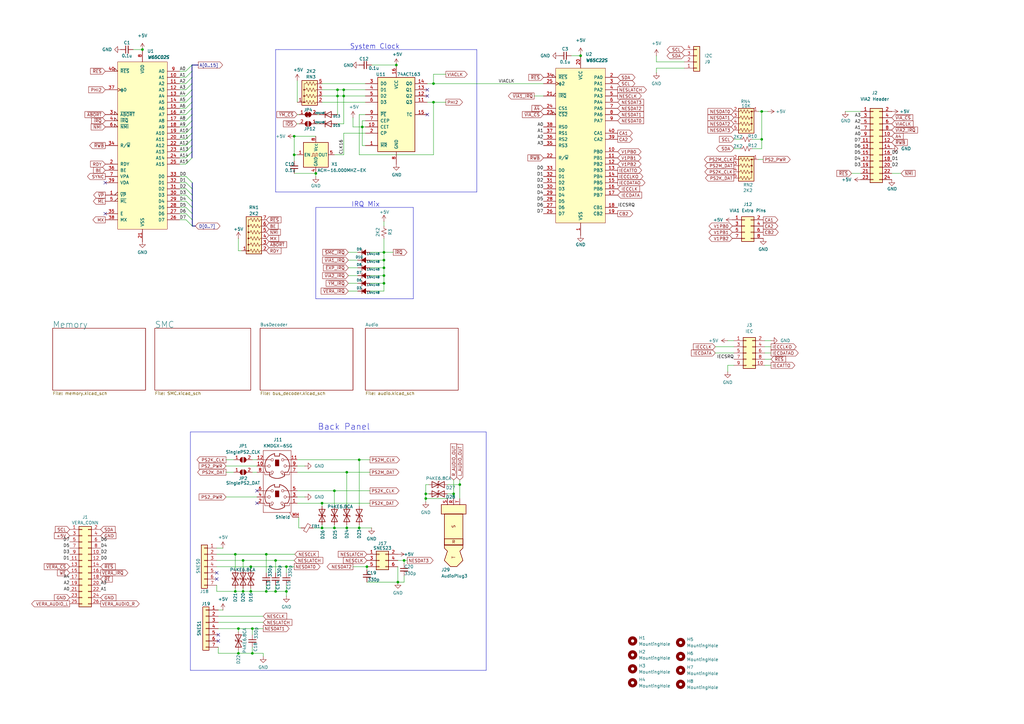
<source format=kicad_sch>
(kicad_sch (version 20231120) (generator "eeschema") (generator_version "8.0")
  (paper "A3")
  (title_block (title "OtterX") (date "2022-08-21") (rev "DV1 \"Sirius\"") (company "(C) 2023 Joe Burks"))
  (junction (at 142.24 216.535))
  (junction (at 165.735 229.87))
  (junction (at 117.475 242.57))
  (junction (at 132.08 216.535))
  (junction (at 188.595 198.755))
  (junction (at 138.43 36.83))
  (junction (at 97.79 267.97))
  (junction (at 312.42 45.72))
  (junction (at 157.48 113.03))
  (junction (at 177.8 34.29))
  (junction (at 113.03 229.87))
  (junction (at 103.505 267.97))
  (junction (at 147.32 188.595))
  (junction (at 142.24 193.675))
  (junction (at 109.22 242.57))
  (junction (at 113.03 242.57))
  (junction (at 174.625 204.47))
  (junction (at 117.475 232.41))
  (junction (at 162.56 26.67))
  (junction (at 140.97 36.83))
  (junction (at 157.48 116.205))
  (junction (at 97.79 257.81))
  (junction (at 96.52 242.57))
  (junction (at 148.59 52.07))
  (junction (at 157.48 106.68))
  (junction (at 147.32 216.535))
  (junction (at 102.87 242.57))
  (junction (at 109.22 227.33))
  (junction (at 99.695 229.87))
  (junction (at 132.08 206.375))
  (junction (at 157.48 103.505))
  (junction (at 137.16 201.295))
  (junction (at 129.54 71.12))
  (junction (at 103.505 257.81))
  (junction (at 174.625 202.565))
  (junction (at 150.495 232.41))
  (junction (at 238.125 22.86))
  (junction (at 58.42 20.32))
  (junction (at 102.87 232.41))
  (junction (at 163.195 238.76))
  (junction (at 140.97 39.37))
  (junction (at 138.43 39.37))
  (junction (at 120.65 55.88))
  (junction (at 177.8 41.91))
  (junction (at 312.42 57.15))
  (junction (at 99.695 242.57))
  (junction (at 157.48 109.855))
  (junction (at 120.65 63.5))
  (junction (at 186.055 202.565))
  (junction (at 96.52 227.33))
  (junction (at 137.16 216.535))
  (no_connect (at 105.41 201.295))
  (no_connect (at 105.41 206.375))
  (no_connect (at 43.18 74.93))
  (no_connect (at 175.26 39.37))
  (no_connect (at 88.9 234.95))
  (no_connect (at 175.26 36.83))
  (no_connect (at 88.9 237.49))
  (no_connect (at 89.535 260.35))
  (no_connect (at 43.18 87.63))
  (no_connect (at 89.535 262.89))
  (no_connect (at 175.26 46.99))
  (bus_entry (at 76.2 54.61) (size 2.54 -2.54))
  (bus_entry (at 76.2 44.45) (size 2.54 -2.54))
  (bus_entry (at 76.327 80.01) (size 2.54 2.54))
  (bus_entry (at 76.327 77.47) (size 2.54 2.54))
  (bus_entry (at 76.327 72.39) (size 2.54 2.54))
  (bus_entry (at 76.327 87.63) (size 2.54 2.54))
  (bus_entry (at 76.2 46.99) (size 2.54 -2.54))
  (bus_entry (at 76.2 39.37) (size 2.54 -2.54))
  (bus_entry (at 76.327 85.09) (size 2.54 2.54))
  (bus_entry (at 76.2 62.23) (size 2.54 -2.54))
  (bus_entry (at 76.2 57.15) (size 2.54 -2.54))
  (bus_entry (at 76.2 52.07) (size 2.54 -2.54))
  (bus_entry (at 76.2 41.91) (size 2.54 -2.54))
  (bus_entry (at 76.327 74.93) (size 2.54 2.54))
  (bus_entry (at 76.2 67.31) (size 2.54 -2.54))
  (bus_entry (at 76.2 36.83) (size 2.54 -2.54))
  (bus_entry (at 76.2 59.69) (size 2.54 -2.54))
  (bus_entry (at 76.327 82.55) (size 2.54 2.54))
  (bus_entry (at 76.2 64.77) (size 2.54 -2.54))
  (bus_entry (at 76.2 34.29) (size 2.54 -2.54))
  (bus_entry (at 76.2 31.75) (size 2.54 -2.54))
  (bus_entry (at 76.2 29.21) (size 2.54 -2.54))
  (bus_entry (at 76.2 49.53) (size 2.54 -2.54))
  (bus_entry (at 76.327 90.17) (size 2.54 2.54))
  (wire (pts (xy 122.555 46.99) (xy 121.92 46.99)))
  (wire (pts (xy 150.495 232.41) (xy 150.495 233.68)))
  (wire (pts (xy 107.95 252.73) (xy 89.535 252.73)))
  (wire (pts (xy 129.54 71.12) (xy 120.65 71.12)))
  (wire (pts (xy 151.765 103.505) (xy 157.48 103.505)))
  (wire (pts (xy 148.59 59.69) (xy 148.59 52.07)))
  (wire (pts (xy 103.505 257.81) (xy 97.79 257.81)))
  (wire (pts (xy 165.735 229.87) (xy 167.005 229.87)))
  (wire (pts (xy 147.32 207.645) (xy 147.32 188.595)))
  (wire (pts (xy 73.66 62.23) (xy 76.2 62.23)))
  (wire (pts (xy 142.24 216.535) (xy 147.32 216.535)))
  (wire (pts (xy 269.24 22.86) (xy 269.24 25.4)))
  (wire (pts (xy 298.45 149.86) (xy 298.45 152.4)))
  (wire (pts (xy 54.61 20.32) (xy 58.42 20.32)))
  (wire (pts (xy 103.505 257.81) (xy 103.505 260.35)))
  (polyline (pts (xy 199.39 274.955) (xy 78.105 274.955)))
  (wire (pts (xy 151.765 119.38) (xy 157.48 119.38)))
  (wire (pts (xy 129.54 72.39) (xy 129.54 71.12)))
  (wire (pts (xy 102.87 242.57) (xy 99.695 242.57)))
  (wire (pts (xy 99.695 241.3) (xy 99.695 242.57)))
  (wire (pts (xy 121.92 193.675) (xy 142.24 193.675)))
  (wire (pts (xy 150.495 238.76) (xy 163.195 238.76)))
  (bus (pts (xy 78.74 62.23) (xy 78.74 59.69)))
  (wire (pts (xy 120.65 229.87) (xy 113.03 229.87)))
  (wire (pts (xy 73.66 31.75) (xy 76.2 31.75)))
  (wire (pts (xy 140.97 39.37) (xy 149.86 39.37)))
  (wire (pts (xy 234.315 22.86) (xy 238.125 22.86)))
  (wire (pts (xy 121.92 203.835) (xy 125.095 203.835)))
  (wire (pts (xy 149.86 46.99) (xy 147.32 46.99)))
  (polyline (pts (xy 169.545 85.09) (xy 169.545 122.555)))
  (wire (pts (xy 146.685 109.855) (xy 142.875 109.855)))
  (wire (pts (xy 146.685 103.505) (xy 142.875 103.505)))
  (bus (pts (xy 78.74 57.15) (xy 78.74 54.61)))
  (wire (pts (xy 140.97 54.61) (xy 149.86 54.61)))
  (wire (pts (xy 316.23 147.32) (xy 313.69 147.32)))
  (wire (pts (xy 146.685 116.205) (xy 142.875 116.205)))
  (wire (pts (xy 177.8 63.5) (xy 177.8 41.91)))
  (wire (pts (xy 163.195 229.87) (xy 165.735 229.87)))
  (wire (pts (xy 132.08 215.265) (xy 132.08 216.535)))
  (wire (pts (xy 146.685 106.68) (xy 142.875 106.68)))
  (wire (pts (xy 107.95 267.97) (xy 107.95 269.24)))
  (wire (pts (xy 138.43 39.37) (xy 140.97 39.37)))
  (bus (pts (xy 78.74 64.77) (xy 78.74 62.23)))
  (wire (pts (xy 138.43 46.99) (xy 138.43 39.37)))
  (wire (pts (xy 147.32 188.595) (xy 151.765 188.595)))
  (wire (pts (xy 96.52 227.33) (xy 88.9 227.33)))
  (wire (pts (xy 73.66 41.91) (xy 76.2 41.91)))
  (wire (pts (xy 177.8 30.48) (xy 177.8 34.29)))
  (wire (pts (xy 96.52 241.3) (xy 96.52 242.57)))
  (wire (pts (xy 121.793 50.8) (xy 122.555 50.8)))
  (bus (pts (xy 78.74 34.29) (xy 78.74 31.75)))
  (wire (pts (xy 157.48 106.68) (xy 157.48 109.855)))
  (wire (pts (xy 117.475 242.57) (xy 117.475 240.03)))
  (wire (pts (xy 157.48 103.505) (xy 157.48 106.68)))
  (wire (pts (xy 137.16 215.265) (xy 137.16 216.535)))
  (wire (pts (xy 103.505 267.97) (xy 107.95 267.97)))
  (wire (pts (xy 73.66 36.83) (xy 76.2 36.83)))
  (wire (pts (xy 121.92 41.91) (xy 121.92 33.02)))
  (bus (pts (xy 78.74 29.21) (xy 78.74 26.67)))
  (wire (pts (xy 73.66 90.17) (xy 76.327 90.17)))
  (wire (pts (xy 102.87 232.41) (xy 117.475 232.41)))
  (wire (pts (xy 174.625 204.47) (xy 183.515 204.47)))
  (wire (pts (xy 120.65 232.41) (xy 117.475 232.41)))
  (wire (pts (xy 308.61 57.15) (xy 312.42 57.15)))
  (wire (pts (xy 121.92 201.295) (xy 137.16 201.295)))
  (polyline (pts (xy 113.03 20.32) (xy 114.3 20.32)))
  (bus (pts (xy 78.74 39.37) (xy 78.74 36.83)))
  (wire (pts (xy 130.81 46.99) (xy 130.175 46.99)))
  (wire (pts (xy 186.055 196.85) (xy 186.055 202.565)))
  (wire (pts (xy 73.66 80.01) (xy 76.327 80.01)))
  (polyline (pts (xy 195.58 78.74) (xy 113.03 78.74)))
  (wire (pts (xy 157.48 116.205) (xy 157.48 119.38)))
  (wire (pts (xy 219.075 39.37) (xy 222.885 39.37)))
  (wire (pts (xy 293.37 142.24) (xy 300.99 142.24)))
  (wire (pts (xy 151.765 106.68) (xy 157.48 106.68)))
  (wire (pts (xy 144.78 48.26) (xy 144.78 52.07)))
  (wire (pts (xy 113.03 229.87) (xy 113.03 234.95)))
  (bus (pts (xy 78.74 41.91) (xy 78.74 39.37)))
  (wire (pts (xy 132.08 34.29) (xy 149.86 34.29)))
  (wire (pts (xy 186.055 202.565) (xy 186.055 204.47)))
  (wire (pts (xy 175.895 198.755) (xy 174.625 198.755)))
  (wire (pts (xy 175.26 34.29) (xy 177.8 34.29)))
  (wire (pts (xy 121.92 188.595) (xy 147.32 188.595)))
  (wire (pts (xy 73.66 59.69) (xy 76.2 59.69)))
  (wire (pts (xy 137.16 201.295) (xy 137.16 207.645)))
  (wire (pts (xy 103.505 267.97) (xy 103.505 265.43)))
  (wire (pts (xy 303.53 60.96) (xy 300.99 60.96)))
  (wire (pts (xy 99.695 229.87) (xy 88.9 229.87)))
  (wire (pts (xy 128.524 216.535) (xy 132.08 216.535)))
  (wire (pts (xy 130.175 50.8) (xy 130.81 50.8)))
  (wire (pts (xy 144.78 52.07) (xy 148.59 52.07)))
  (bus (pts (xy 78.867 77.47) (xy 78.867 80.01)))
  (wire (pts (xy 138.43 39.37) (xy 138.43 36.83)))
  (wire (pts (xy 316.23 149.86) (xy 313.69 149.86)))
  (wire (pts (xy 149.86 49.53) (xy 148.59 49.53)))
  (bus (pts (xy 78.74 59.69) (xy 78.74 57.15)))
  (bus (pts (xy 78.74 26.67) (xy 81.28 26.67)))
  (wire (pts (xy 142.24 193.675) (xy 151.765 193.675)))
  (wire (pts (xy 97.79 257.81) (xy 97.79 259.08)))
  (polyline (pts (xy 199.39 177.165) (xy 199.39 274.955)))
  (wire (pts (xy 117.475 242.57) (xy 113.03 242.57)))
  (bus (pts (xy 78.867 80.01) (xy 78.867 82.55)))
  (wire (pts (xy 175.26 41.91) (xy 177.8 41.91)))
  (wire (pts (xy 97.79 102.87) (xy 97.79 97.79)))
  (wire (pts (xy 349.25 71.12) (xy 353.06 71.12)))
  (polyline (pts (xy 113.03 78.74) (xy 113.03 20.32)))
  (wire (pts (xy 311.15 45.72) (xy 312.42 45.72)))
  (wire (pts (xy 238.125 22.225) (xy 238.125 22.86)))
  (wire (pts (xy 132.08 216.535) (xy 137.16 216.535)))
  (wire (pts (xy 137.16 216.535) (xy 142.24 216.535)))
  (wire (pts (xy 109.22 242.57) (xy 102.87 242.57)))
  (wire (pts (xy 151.765 109.855) (xy 157.48 109.855)))
  (wire (pts (xy 120.65 55.88) (xy 129.54 55.88)))
  (wire (pts (xy 73.66 87.63) (xy 76.327 87.63)))
  (wire (pts (xy 132.08 39.37) (xy 138.43 39.37)))
  (wire (pts (xy 269.24 27.94) (xy 280.67 27.94)))
  (wire (pts (xy 346.71 45.72) (xy 353.06 45.72)))
  (wire (pts (xy 188.595 196.85) (xy 188.595 198.755)))
  (wire (pts (xy 107.95 255.27) (xy 89.535 255.27)))
  (wire (pts (xy 147.32 216.535) (xy 152.4 216.535)))
  (wire (pts (xy 73.66 67.31) (xy 76.2 67.31)))
  (wire (pts (xy 73.66 74.93) (xy 76.327 74.93)))
  (wire (pts (xy 103.505 267.97) (xy 97.79 267.97)))
  (wire (pts (xy 157.48 97.79) (xy 157.48 103.505)))
  (polyline (pts (xy 78.105 177.165) (xy 78.105 274.955)))
  (wire (pts (xy 73.66 34.29) (xy 76.2 34.29)))
  (wire (pts (xy 102.87 241.3) (xy 102.87 242.57)))
  (wire (pts (xy 269.24 27.94) (xy 269.24 29.845)))
  (wire (pts (xy 312.42 57.15) (xy 312.42 45.72)))
  (wire (pts (xy 138.43 36.83) (xy 140.97 36.83)))
  (wire (pts (xy 165.735 229.87) (xy 165.735 231.14)))
  (wire (pts (xy 177.8 34.29) (xy 222.885 34.29)))
  (polyline (pts (xy 169.545 122.555) (xy 129.54 122.555)))
  (wire (pts (xy 151.765 113.03) (xy 157.48 113.03)))
  (wire (pts (xy 97.79 266.7) (xy 97.79 267.97)))
  (wire (pts (xy 308.61 60.96) (xy 312.42 60.96)))
  (wire (pts (xy 182.88 30.48) (xy 177.8 30.48)))
  (wire (pts (xy 99.695 229.87) (xy 99.695 233.68)))
  (wire (pts (xy 73.66 77.47) (xy 76.327 77.47)))
  (polyline (pts (xy 129.54 85.09) (xy 129.54 122.555)))
  (wire (pts (xy 151.765 116.205) (xy 157.48 116.205)))
  (wire (pts (xy 165.735 236.22) (xy 165.735 238.76)))
  (wire (pts (xy 312.42 60.96) (xy 312.42 57.15)))
  (bus (pts (xy 78.867 90.17) (xy 78.867 92.71)))
  (wire (pts (xy 73.66 85.09) (xy 76.327 85.09)))
  (wire (pts (xy 120.65 63.5) (xy 121.92 63.5)))
  (wire (pts (xy 92.71 188.595) (xy 95.885 188.595)))
  (bus (pts (xy 78.74 44.45) (xy 78.74 41.91)))
  (wire (pts (xy 140.97 54.61) (xy 140.97 63.5)))
  (wire (pts (xy 103.505 188.595) (xy 105.41 188.595)))
  (wire (pts (xy 102.87 232.41) (xy 88.9 232.41)))
  (wire (pts (xy 73.66 82.55) (xy 76.327 82.55)))
  (wire (pts (xy 97.79 257.81) (xy 89.535 257.81)))
  (wire (pts (xy 313.69 139.7) (xy 316.23 139.7)))
  (polyline (pts (xy 129.54 85.09) (xy 169.545 85.09)))
  (wire (pts (xy 103.505 257.81) (xy 107.95 257.81)))
  (wire (pts (xy 188.595 198.755) (xy 183.515 198.755)))
  (wire (pts (xy 142.24 215.265) (xy 142.24 216.535)))
  (wire (pts (xy 73.66 29.21) (xy 76.2 29.21)))
  (bus (pts (xy 78.867 87.63) (xy 78.867 90.17)))
  (wire (pts (xy 147.32 215.265) (xy 147.32 216.535)))
  (wire (pts (xy 157.48 113.03) (xy 157.48 116.205)))
  (wire (pts (xy 175.895 202.565) (xy 174.625 202.565)))
  (wire (pts (xy 92.71 193.675) (xy 95.885 193.675)))
  (wire (pts (xy 109.22 240.03) (xy 109.22 242.57)))
  (wire (pts (xy 314.96 45.72) (xy 312.42 45.72)))
  (wire (pts (xy 174.625 198.755) (xy 174.625 202.565)))
  (wire (pts (xy 122.555 216.535) (xy 123.444 216.535)))
  (wire (pts (xy 91.44 250.19) (xy 89.535 250.19)))
  (wire (pts (xy 149.86 59.69) (xy 148.59 59.69)))
  (wire (pts (xy 140.97 50.8) (xy 138.43 50.8)))
  (wire (pts (xy 73.66 44.45) (xy 76.2 44.45)))
  (wire (pts (xy 137.16 201.295) (xy 151.765 201.295)))
  (wire (pts (xy 88.9 242.57) (xy 88.9 240.03)))
  (wire (pts (xy 142.24 193.675) (xy 142.24 207.645)))
  (wire (pts (xy 298.45 139.7) (xy 300.99 139.7)))
  (wire (pts (xy 147.32 46.99) (xy 147.32 63.5)))
  (wire (pts (xy 73.66 39.37) (xy 76.2 39.37)))
  (bus (pts (xy 78.867 85.09) (xy 78.867 87.63)))
  (wire (pts (xy 120.904 227.33) (xy 109.22 227.33)))
  (wire (pts (xy 157.48 109.855) (xy 157.48 113.03)))
  (bus (pts (xy 78.867 74.93) (xy 78.867 77.47)))
  (wire (pts (xy 73.66 72.39) (xy 76.327 72.39)))
  (bus (pts (xy 78.74 52.07) (xy 78.74 49.53)))
  (wire (pts (xy 311.15 65.405) (xy 313.055 65.405)))
  (wire (pts (xy 73.66 64.77) (xy 76.2 64.77)))
  (wire (pts (xy 293.37 144.78) (xy 300.99 144.78)))
  (polyline (pts (xy 195.58 20.32) (xy 195.58 78.74)))
  (wire (pts (xy 103.505 193.675) (xy 105.41 193.675)))
  (wire (pts (xy 88.9 224.79) (xy 91.44 224.79)))
  (polyline (pts (xy 78.105 177.165) (xy 199.39 177.165)))
  (wire (pts (xy 96.52 227.33) (xy 96.52 233.68)))
  (wire (pts (xy 132.08 207.645) (xy 132.08 206.375)))
  (wire (pts (xy 117.475 232.41) (xy 117.475 234.95)))
  (bus (pts (xy 78.74 36.83) (xy 78.74 34.29)))
  (wire (pts (xy 96.52 242.57) (xy 88.9 242.57)))
  (wire (pts (xy 365.76 71.12) (xy 369.57 71.12)))
  (wire (pts (xy 149.86 52.07) (xy 148.59 52.07)))
  (bus (pts (xy 78.74 54.61) (xy 78.74 52.07)))
  (wire (pts (xy 73.66 46.99) (xy 76.2 46.99)))
  (wire (pts (xy 102.87 232.41) (xy 102.87 233.68)))
  (wire (pts (xy 147.32 63.5) (xy 177.8 63.5)))
  (wire (pts (xy 120.65 63.5) (xy 120.65 55.88)))
  (wire (pts (xy 163.195 232.41) (xy 163.195 238.76)))
  (wire (pts (xy 174.625 205.74) (xy 174.625 204.47)))
  (wire (pts (xy 92.71 191.135) (xy 105.41 191.135)))
  (wire (pts (xy 140.97 36.83) (xy 140.97 39.37)))
  (wire (pts (xy 316.23 142.24) (xy 313.69 142.24)))
  (wire (pts (xy 120.65 66.04) (xy 120.65 63.5)))
  (wire (pts (xy 113.03 229.87) (xy 99.695 229.87)))
  (wire (pts (xy 188.595 198.755) (xy 188.595 204.47)))
  (bus (pts (xy 78.867 82.55) (xy 78.867 85.09)))
  (wire (pts (xy 157.48 103.505) (xy 161.29 103.505)))
  (bus (pts (xy 78.74 46.99) (xy 78.74 44.45)))
  (wire (pts (xy 146.685 119.38) (xy 142.875 119.38)))
  (wire (pts (xy 92.71 203.835) (xy 105.41 203.835)))
  (wire (pts (xy 157.48 90.805) (xy 157.48 92.71)))
  (wire (pts (xy 109.22 227.33) (xy 109.22 234.95)))
  (wire (pts (xy 121.92 191.135) (xy 125.095 191.135)))
  (wire (pts (xy 73.66 52.07) (xy 76.2 52.07)))
  (wire (pts (xy 186.055 202.565) (xy 183.515 202.565)))
  (wire (pts (xy 117.475 242.57) (xy 117.475 244.475)))
  (wire (pts (xy 113.03 240.03) (xy 113.03 242.57)))
  (wire (pts (xy 113.03 242.57) (xy 109.22 242.57)))
  (wire (pts (xy 163.195 238.76) (xy 165.735 238.76)))
  (wire (pts (xy 132.08 206.375) (xy 151.765 206.375)))
  (wire (pts (xy 97.79 267.97) (xy 89.535 267.97)))
  (wire (pts (xy 73.66 54.61) (xy 76.2 54.61)))
  (wire (pts (xy 152.4 26.67) (xy 162.56 26.67)))
  (wire (pts (xy 132.08 41.91) (xy 149.86 41.91)))
  (wire (pts (xy 298.45 149.86) (xy 300.99 149.86)))
  (wire (pts (xy 177.8 41.91) (xy 182.88 41.91)))
  (wire (pts (xy 109.22 227.33) (xy 96.52 227.33)))
  (wire (pts (xy 316.23 144.78) (xy 313.69 144.78)))
  (wire (pts (xy 140.97 63.5) (xy 137.16 63.5)))
  (wire (pts (xy 303.53 57.15) (xy 300.99 57.15)))
  (wire (pts (xy 174.625 202.565) (xy 174.625 204.47)))
  (wire (pts (xy 148.59 49.53) (xy 148.59 52.07)))
  (bus (pts (xy 78.74 49.53) (xy 78.74 46.99)))
  (wire (pts (xy 269.24 25.4) (xy 280.67 25.4)))
  (wire (pts (xy 140.97 50.8) (xy 140.97 39.37)))
  (polyline (pts (xy 114.3 20.32) (xy 195.58 20.32)))
  (bus (pts (xy 78.74 31.75) (xy 78.74 29.21)))
  (wire (pts (xy 99.695 242.57) (xy 96.52 242.57)))
  (wire (pts (xy 89.535 265.43) (xy 89.535 267.97)))
  (wire (pts (xy 73.66 49.53) (xy 76.2 49.53)))
  (wire (pts (xy 140.97 36.83) (xy 149.86 36.83)))
  (wire (pts (xy 146.685 113.03) (xy 142.875 113.03)))
  (wire (pts (xy 144.78 232.41) (xy 150.495 232.41)))
  (wire (pts (xy 73.66 57.15) (xy 76.2 57.15)))
  (wire (pts (xy 122.555 216.535) (xy 122.555 212.09)))
  (bus (pts (xy 78.867 92.71) (xy 80.137 92.71)))
  (wire (pts (xy 121.92 206.375) (xy 132.08 206.375)))
  (wire (pts (xy 99.06 102.87) (xy 97.79 102.87)))
  (wire (pts (xy 132.08 36.83) (xy 138.43 36.83)))
  (text "System Clock" (at 143.51 20.32 0) (effects (font (size 2 2)) (justify left bottom)))
  (text "Back Panel" (at 130.302 176.657 0) (effects (font (size 2.5 2.5)) (justify left bottom)))
  (text "IRQ Mix" (at 144.145 85.09 0) (effects (font (size 2 2)) (justify left bottom)))
  (label "D6" (at 353.06 60.96 180))
  (label "D5" (at 222.885 82.55 180))
  (label "D1" (at 73.66 74.93 0))
  (label "A9" (at 73.66 52.07 0))
  (label "A12" (at 73.66 59.69 0))
  (label "D7" (at 353.06 58.42 180))
  (label "D5" (at 28.575 224.79 180))
  (label "D3" (at 353.06 68.58 180))
  (label "D4" (at 41.275 224.79 0))
  (label "A10" (at 73.66 54.61 0))
  (label "A1" (at 41.275 242.57 0))
  (label "A13" (at 73.66 62.23 0))
  (label "A3" (at 222.885 59.69 180))
  (label "A5" (at 73.66 41.91 0))
  (label "A3" (at 73.66 36.83 0))
  (label "A14" (at 73.66 64.77 0))
  (label "D5" (at 353.06 63.5 180))
  (label "A0" (at 353.06 55.88 180))
  (label "CLK16" (at 140.97 57.15 270))
  (label "A11" (at 73.66 57.15 0))
  (label "D2" (at 41.275 227.33 0))
  (label "D0" (at 365.76 63.5 0))
  (label "D2" (at 365.76 68.58 0))
  (label "A4" (at 73.66 39.37 0))
  (label "IECSRQ" (at 253.365 85.09 0))
  (label "A1" (at 222.885 54.61 180))
  (label "D6" (at 222.885 85.09 180))
  (label "D2" (at 73.66 77.47 0))
  (label "A4" (at 28.575 237.49 180))
  (label "D4" (at 73.66 82.55 0))
  (label "A2" (at 73.66 34.29 0))
  (label "D7" (at 73.66 90.17 0))
  (label "A6" (at 73.66 44.45 0))
  (label "VIACLK" (at 204.47 34.29 0))
  (label "D3" (at 73.66 80.01 0))
  (label "D0" (at 73.66 72.39 0))
  (label "A0" (at 222.885 52.07 180))
  (label "D7" (at 28.575 222.25 180))
  (label "D0" (at 222.885 69.85 180))
  (label "D1" (at 365.76 66.04 0))
  (label "D5" (at 73.66 85.09 0))
  (label "A7" (at 73.66 46.99 0))
  (label "A15" (at 73.66 67.31 0))
  (label "A0" (at 28.575 242.57 180))
  (label "A2" (at 222.885 57.15 180))
  (label "D4" (at 353.06 66.04 180))
  (label "A0" (at 73.66 29.21 0))
  (label "D3" (at 222.885 77.47 180))
  (label "A1" (at 73.66 31.75 0))
  (label "A2" (at 353.06 50.8 180))
  (label "D6" (at 73.66 87.63 0))
  (label "D6" (at 41.275 222.25 0))
  (label "A3" (at 41.275 240.03 0))
  (label "D0" (at 41.275 229.87 0))
  (label "IECSRQ" (at 300.99 147.32 180))
  (label "D1" (at 28.575 229.87 180))
  (label "D2" (at 222.885 74.93 180))
  (label "A1" (at 353.06 53.34 180))
  (label "A8" (at 73.66 49.53 0))
  (label "A2" (at 28.575 240.03 180))
  (label "D7" (at 222.885 87.63 180))
  (label "D1" (at 222.885 72.39 180))
  (label "D4" (at 222.885 80.01 180))
  (label "D3" (at 28.575 227.33 180))
  (label "A3" (at 353.06 48.26 180))
  (global_label "~{ABORT}" (shape input) (at 43.18 46.99 180) (property "Intersheetrefs" "${INTERSHEET_REFS}" (effects (hide yes))))
  (global_label "SCL" (shape bidirectional) (at 253.365 34.29 0) (property "Intersheetrefs" "${INTERSHEET_REFS}" (effects (hide yes))))
  (global_label "GND" (shape input) (at 41.275 219.71 0) (property "Intersheetrefs" "${INTERSHEET_REFS}" (effects (hide yes))))
  (global_label "~{RWB}" (shape output) (at 43.18 59.69 180) (property "Intersheetrefs" "${INTERSHEET_REFS}" (effects (hide yes))))
  (global_label "~{RES}" (shape input) (at 349.25 71.12 180) (property "Intersheetrefs" "${INTERSHEET_REFS}" (effects (hide yes))))
  (global_label "VIACLK" (shape input) (at 365.76 50.8 0) (property "Intersheetrefs" "${INTERSHEET_REFS}" (effects (hide yes))))
  (global_label "SCL" (shape input) (at 300.99 57.15 180) (property "Intersheetrefs" "${INTERSHEET_REFS}" (effects (hide yes))))
  (global_label "PS2K_CLK" (shape output) (at 300.99 70.485 180) (property "Intersheetrefs" "${INTERSHEET_REFS}" (effects (hide yes))))
  (global_label "CA1" (shape output) (at 313.055 90.17 0) (property "Intersheetrefs" "${INTERSHEET_REFS}" (effects (hide yes))))
  (global_label "PS2M_DAT" (shape output) (at 151.765 193.675 0) (property "Intersheetrefs" "${INTERSHEET_REFS}" (effects (hide yes))))
  (global_label "SDA" (shape bidirectional) (at 300.99 60.96 180) (property "Intersheetrefs" "${INTERSHEET_REFS}" (effects (hide yes))))
  (global_label "~{VERA_IRQ}" (shape input) (at 142.875 119.38 180) (property "Intersheetrefs" "${INTERSHEET_REFS}" (effects (hide yes))))
  (global_label "CA1" (shape output) (at 253.365 54.61 0) (property "Intersheetrefs" "${INTERSHEET_REFS}" (effects (hide yes))))
  (global_label "NESDAT3" (shape output) (at 167.005 229.87 0) (property "Intersheetrefs" "${INTERSHEET_REFS}" (effects (hide yes))))
  (global_label "RDY" (shape input) (at 43.18 67.31 180) (property "Intersheetrefs" "${INTERSHEET_REFS}" (effects (hide yes))))
  (global_label "SDA" (shape bidirectional) (at 280.67 22.86 180) (property "Intersheetrefs" "${INTERSHEET_REFS}" (effects (hide yes))))
  (global_label "IECDATA" (shape input) (at 253.365 80.01 0) (property "Intersheetrefs" "${INTERSHEET_REFS}" (effects (hide yes))))
  (global_label "+5V" (shape input) (at 28.575 219.71 180) (property "Intersheetrefs" "${INTERSHEET_REFS}" (effects (hide yes))))
  (global_label "PS2M_CLK" (shape output) (at 300.99 65.405 180) (property "Intersheetrefs" "${INTERSHEET_REFS}" (effects (hide yes))))
  (global_label "RDY" (shape input) (at 109.22 102.87 0) (property "Intersheetrefs" "${INTERSHEET_REFS}" (effects (hide yes))))
  (global_label "NESCLK" (shape input) (at 107.95 252.73 0) (property "Intersheetrefs" "${INTERSHEET_REFS}" (effects (hide yes))))
  (global_label "~{VIA1_IRQ}" (shape input) (at 142.875 106.68 180) (property "Intersheetrefs" "${INTERSHEET_REFS}" (effects (hide yes))))
  (global_label "~{RES}" (shape input) (at 43.18 29.21 180) (property "Intersheetrefs" "${INTERSHEET_REFS}" (effects (hide yes))))
  (global_label "IECCLKO" (shape output) (at 316.23 142.24 0) (property "Intersheetrefs" "${INTERSHEET_REFS}" (effects (hide yes))))
  (global_label "NESDAT2" (shape output) (at 144.78 232.41 180) (property "Intersheetrefs" "${INTERSHEET_REFS}" (effects (hide yes))))
  (global_label "NESDAT0" (shape input) (at 300.99 45.72 180) (property "Intersheetrefs" "${INTERSHEET_REFS}" (effects (hide yes))))
  (global_label "SCL" (shape bidirectional) (at 280.67 20.32 180) (property "Intersheetrefs" "${INTERSHEET_REFS}" (effects (hide yes))))
  (global_label "VERA_AUDIO_R" (shape output) (at 41.275 247.65 0) (property "Intersheetrefs" "${INTERSHEET_REFS}" (effects (hide yes))))
  (global_label "~{IO5}" (shape input) (at 121.793 50.8 180) (property "Intersheetrefs" "${INTERSHEET_REFS}" (effects (hide yes))))
  (global_label "GND" (shape input) (at 28.575 245.11 180) (property "Intersheetrefs" "${INTERSHEET_REFS}" (effects (hide yes))))
  (global_label "~{RE}" (shape input) (at 41.275 237.49 0) (property "Intersheetrefs" "${INTERSHEET_REFS}" (effects (hide yes))))
  (global_label "VIACLK" (shape output) (at 182.88 30.48 0) (property "Intersheetrefs" "${INTERSHEET_REFS}" (effects (hide yes))))
  (global_label "~{VIA1_IRQ}" (shape output) (at 219.075 39.37 180) (property "Intersheetrefs" "${INTERSHEET_REFS}" (effects (hide yes))))
  (global_label "~{IRQ}" (shape input) (at 43.18 49.53 180) (property "Intersheetrefs" "${INTERSHEET_REFS}" (effects (hide yes))))
  (global_label "~{YM_CS}" (shape input) (at 121.92 46.99 180) (property "Intersheetrefs" "${INTERSHEET_REFS}" (effects (hide yes))))
  (global_label "CB2" (shape output) (at 313.055 95.25 0) (property "Intersheetrefs" "${INTERSHEET_REFS}" (effects (hide yes))))
  (global_label "~{VIA_CS}" (shape input) (at 222.885 46.99 180) (property "Intersheetrefs" "${INTERSHEET_REFS}" (effects (hide yes))))
  (global_label "~{RES}" (shape input) (at 41.275 232.41 0) (property "Intersheetrefs" "${INTERSHEET_REFS}" (effects (hide yes))))
  (global_label "CB2" (shape output) (at 253.365 87.63 0) (property "Intersheetrefs" "${INTERSHEET_REFS}" (effects (hide yes))))
  (global_label "NESLATCH" (shape output) (at 253.365 36.83 0) (property "Intersheetrefs" "${INTERSHEET_REFS}" (effects (hide yes))))
  (global_label "SYNC" (shape output) (at 43.18 72.39 180) (property "Intersheetrefs" "${INTERSHEET_REFS}" (effects (hide yes))))
  (global_label "IECCLK" (shape input) (at 293.37 142.24 180) (property "Intersheetrefs" "${INTERSHEET_REFS}" (effects (hide yes))))
  (global_label "NESDAT1" (shape input) (at 300.99 48.26 180) (property "Intersheetrefs" "${INTERSHEET_REFS}" (effects (hide yes))))
  (global_label "V1PB2" (shape bidirectional) (at 253.365 67.31 0) (property "Intersheetrefs" "${INTERSHEET_REFS}" (effects (hide yes))))
  (global_label "~{VP}" (shape output) (at 43.18 80.01 180) (property "Intersheetrefs" "${INTERSHEET_REFS}" (effects (hide yes))))
  (global_label "CA2" (shape output) (at 313.055 92.71 0) (property "Intersheetrefs" "${INTERSHEET_REFS}" (effects (hide yes))))
  (global_label "~{EXP_IRQ}" (shape input) (at 142.875 109.855 180) (property "Intersheetrefs" "${INTERSHEET_REFS}" (effects (hide yes))))
  (global_label "A[0..15]" (shape output) (at 81.28 26.67 0) (property "Intersheetrefs" "${INTERSHEET_REFS}" (effects (hide yes))))
  (global_label "BE" (shape input) (at 109.22 92.71 0) (property "Intersheetrefs" "${INTERSHEET_REFS}" (effects (hide yes))))
  (global_label "~{NMI}" (shape input) (at 43.18 52.07 180) (property "Intersheetrefs" "${INTERSHEET_REFS}" (effects (hide yes))))
  (global_label "~{WE}" (shape input) (at 28.575 234.95 180) (property "Intersheetrefs" "${INTERSHEET_REFS}" (effects (hide yes))))
  (global_label "IECDATAO" (shape output) (at 253.365 74.93 0) (property "Intersheetrefs" "${INTERSHEET_REFS}" (effects (hide yes))))
  (global_label "PS2M_CLK" (shape output) (at 151.765 188.595 0) (property "Intersheetrefs" "${INTERSHEET_REFS}" (effects (hide yes))))
  (global_label "V1PB0" (shape bidirectional) (at 300.355 92.71 180) (property "Intersheetrefs" "${INTERSHEET_REFS}" (effects (hide yes))))
  (global_label "PS2_PWR" (shape input) (at 92.71 191.135 180) (property "Intersheetrefs" "${INTERSHEET_REFS}" (effects (hide yes))))
  (global_label "~{VERA_CS}" (shape input) (at 28.575 232.41 180) (property "Intersheetrefs" "${INTERSHEET_REFS}" (effects (hide yes))))
  (global_label "PS2_PWR" (shape input) (at 92.71 203.835 180) (property "Intersheetrefs" "${INTERSHEET_REFS}" (effects (hide yes))))
  (global_label "~{RWB}" (shape input) (at 222.885 64.77 180) (property "Intersheetrefs" "${INTERSHEET_REFS}" (effects (hide yes))))
  (global_label "CA2" (shape output) (at 253.365 57.15 0) (property "Intersheetrefs" "${INTERSHEET_REFS}" (effects (hide yes))))
  (global_label "~{VIA2_IRQ}" (shape input) (at 365.76 53.34 0) (property "Intersheetrefs" "${INTERSHEET_REFS}" (effects (hide yes))))
  (global_label "NESDAT1" (shape input) (at 253.365 46.99 0) (property "Intersheetrefs" "${INTERSHEET_REFS}" (effects (hide yes))))
  (global_label "PS2M_DAT" (shape output) (at 300.99 67.945 180) (property "Intersheetrefs" "${INTERSHEET_REFS}" (effects (hide yes))))
  (global_label "SDA" (shape input) (at 41.275 217.17 0) (property "Intersheetrefs" "${INTERSHEET_REFS}" (effects (hide yes))))
  (global_label "PS2K_CLK" (shape output) (at 151.765 201.295 0) (property "Intersheetrefs" "${INTERSHEET_REFS}" (effects (hide yes))))
  (global_label "~{RES}" (shape input) (at 316.23 147.32 0) (property "Intersheetrefs" "${INTERSHEET_REFS}" (effects (hide yes))))
  (global_label "NESCLK" (shape input) (at 150.495 229.87 180) (property "Intersheetrefs" "${INTERSHEET_REFS}" (effects (hide yes))))
  (global_label "NESDAT0" (shape input) (at 253.365 49.53 0) (property "Intersheetrefs" "${INTERSHEET_REFS}" (effects (hide yes))))
  (global_label "NESDAT0" (shape output) (at 120.65 232.41 0) (property "Intersheetrefs" "${INTERSHEET_REFS}" (effects (hide yes))))
  (global_label "~{RES}" (shape input) (at 222.885 31.75 180) (property "Intersheetrefs" "${INTERSHEET_REFS}" (effects (hide yes))))
  (global_label "PS2K_DAT" (shape output) (at 92.71 193.675 180) (property "Intersheetrefs" "${INTERSHEET_REFS}" (effects (hide yes))))
  (global_label "NESLATCH" (shape input) (at 107.95 255.27 0) (property "Intersheetrefs" "${INTERSHEET_REFS}" (effects (hide yes))))
  (global_label "IECATTO" (shape output) (at 253.365 69.85 0) (property "Intersheetrefs" "${INTERSHEET_REFS}" (effects (hide yes))))
  (global_label "~{RES}" (shape input) (at 109.22 90.17 0) (property "Intersheetrefs" "${INTERSHEET_REFS}" (effects (hide yes))))
  (global_label "BE" (shape input) (at 43.18 69.85 180) (property "Intersheetrefs" "${INTERSHEET_REFS}" (effects (hide yes))))
  (global_label "~{A4}" (shape input) (at 222.885 44.45 180) (property "Intersheetrefs" "${INTERSHEET_REFS}" (effects (hide yes))))
  (global_label "~{YM_IRQ}" (shape input) (at 142.875 116.205 180) (property "Intersheetrefs" "${INTERSHEET_REFS}" (effects (hide yes))))
  (global_label "A4" (shape input) (at 365.76 55.88 0) (property "Intersheetrefs" "${INTERSHEET_REFS}" (effects (hide yes))))
  (global_label "PHI2" (shape output) (at 182.88 41.91 0) (property "Intersheetrefs" "${INTERSHEET_REFS}" (effects (hide yes))))
  (global_label "R_AUDIO_OUT" (shape input) (at 186.055 196.85 90) (property "Intersheetrefs" "${INTERSHEET_REFS}" (effects (hide yes))))
  (global_label "L_AUDIO_OUT" (shape input) (at 188.595 196.85 90) (property "Intersheetrefs" "${INTERSHEET_REFS}" (effects (hide yes))))
  (global_label "IECATTO" (shape output) (at 316.23 149.86 0) (property "Intersheetrefs" "${INTERSHEET_REFS}" (effects (hide yes))))
  (global_label "V1PB1" (shape bidirectional) (at 253.365 64.77 0) (property "Intersheetrefs" "${INTERSHEET_REFS}" (effects (hide yes))))
  (global_label "NESCLK" (shape output) (at 253.365 39.37 0) (property "Intersheetrefs" "${INTERSHEET_REFS}" (effects (hide yes))))
  (global_label "NESDAT3" (shape input) (at 253.365 41.91 0) (property "Intersheetrefs" "${INTERSHEET_REFS}" (effects (hide yes))))
  (global_label "PHI2" (shape input) (at 43.18 36.83 180) (property "Intersheetrefs" "${INTERSHEET_REFS}" (effects (hide yes))))
  (global_label "IECDATAO" (shape output) (at 316.23 144.78 0) (property "Intersheetrefs" "${INTERSHEET_REFS}" (effects (hide yes))))
  (global_label "IECCLK" (shape input) (at 253.365 77.47 0) (property "Intersheetrefs" "${INTERSHEET_REFS}" (effects (hide yes))))
  (global_label "~{NMI}" (shape input) (at 369.57 71.12 0) (property "Intersheetrefs" "${INTERSHEET_REFS}" (effects (hide yes))))
  (global_label "SCL" (shape input) (at 28.575 217.17 180) (property "Intersheetrefs" "${INTERSHEET_REFS}" (effects (hide yes))))
  (global_label "NESDAT2" (shape input) (at 253.365 44.45 0) (property "Intersheetrefs" "${INTERSHEET_REFS}" (effects (hide yes))))
  (global_label "NESCLK" (shape input) (at 120.904 227.33 0) (property "Intersheetrefs" "${INTERSHEET_REFS}" (effects (hide yes))))
  (global_label "MX" (shape output) (at 43.18 90.17 180) (property "Intersheetrefs" "${INTERSHEET_REFS}" (effects (hide yes))))
  (global_label "NESDAT3" (shape input) (at 300.99 53.34 180) (property "Intersheetrefs" "${INTERSHEET_REFS}" (effects (hide yes))))
  (global_label "PS2K_CLK" (shape output) (at 92.71 188.595 180) (property "Intersheetrefs" "${INTERSHEET_REFS}" (effects (hide yes))))
  (global_label "MX" (shape input) (at 109.22 97.79 0) (property "Intersheetrefs" "${INTERSHEET_REFS}" (effects (hide yes))))
  (global_label "PS2K_DAT" (shape output) (at 151.765 206.375 0) (property "Intersheetrefs" "${INTERSHEET_REFS}" (effects (hide yes))))
  (global_label "~{IRQ}" (shape output) (at 161.29 103.505 0) (property "Intersheetrefs" "${INTERSHEET_REFS}" (effects (hide yes))))
  (global_label "~{VERA_IRQ}" (shape output) (at 41.275 234.95 0) (property "Intersheetrefs" "${INTERSHEET_REFS}" (effects (hide yes))))
  (global_label "V1PB0" (shape bidirectional) (at 253.365 62.23 0) (property "Intersheetrefs" "${INTERSHEET_REFS}" (effects (hide yes))))
  (global_label "PS2K_DAT" (shape output) (at 300.99 73.025 180) (property "Intersheetrefs" "${INTERSHEET_REFS}" (effects (hide yes))))
  (global_label "~{RWB}" (shape input) (at 365.76 58.42 0) (property "Intersheetrefs" "${INTERSHEET_REFS}" (effects (hide yes))))
  (global_label "~{NMI}" (shape input) (at 109.22 95.25 0) (property "Intersheetrefs" "${INTERSHEET_REFS}" (effects (hide yes))))
  (global_label "GND" (shape input) (at 41.275 245.11 0) (property "Intersheetrefs" "${INTERSHEET_REFS}" (effects (hide yes))))
  (global_label "~{ML}" (shape output) (at 43.18 82.55 180) (property "Intersheetrefs" "${INTERSHEET_REFS}" (effects (hide yes))))
  (global_label "PS2_PWR" (shape output) (at 313.055 65.405 0) (property "Intersheetrefs" "${INTERSHEET_REFS}" (effects (hide yes))))
  (global_label "~{ABORT}" (shape input) (at 109.22 100.33 0) (property "Intersheetrefs" "${INTERSHEET_REFS}" (effects (hide yes))))
  (global_label "NESDAT2" (shape input) (at 300.99 50.8 180) (property "Intersheetrefs" "${INTERSHEET_REFS}" (effects (hide yes))))
  (global_label "~{SMC_IRQ}" (shape input) (at 142.875 103.505 180) (property "Intersheetrefs" "${INTERSHEET_REFS}" (effects (hide yes))))
  (global_label "NESDAT1" (shape output) (at 107.95 257.81 0) (property "Intersheetrefs" "${INTERSHEET_REFS}" (effects (hide yes))))
  (global_label "~{VIA_CS}" (shape input) (at 365.76 48.26 0) (property "Intersheetrefs" "${INTERSHEET_REFS}" (effects (hide yes))))
  (global_label "IECDATA" (shape input) (at 293.37 144.78 180) (property "Intersheetrefs" "${INTERSHEET_REFS}" (effects (hide yes))))
  (global_label "D[0..7]" (shape bidirectional) (at 80.137 92.71 0) (property "Intersheetrefs" "${INTERSHEET_REFS}" (effects (hide yes))))
  (global_label "VERA_AUDIO_L" (shape output) (at 28.575 247.65 180) (property "Intersheetrefs" "${INTERSHEET_REFS}" (effects (hide yes))))
  (global_label "~{VIA2_IRQ}" (shape input) (at 142.875 113.03 180) (property "Intersheetrefs" "${INTERSHEET_REFS}" (effects (hide yes))))
  (global_label "NESLATCH" (shape input) (at 150.495 227.33 180) (property "Intersheetrefs" "${INTERSHEET_REFS}" (effects (hide yes))))
  (global_label "V1PB2" (shape bidirectional) (at 300.355 97.79 180) (property "Intersheetrefs" "${INTERSHEET_REFS}" (effects (hide yes))))
  (global_label "NESLATCH" (shape input) (at 120.65 229.87 0) (property "Intersheetrefs" "${INTERSHEET_REFS}" (effects (hide yes))))
  (global_label "SDA" (shape bidirectional) (at 253.365 31.75 0) (property "Intersheetrefs" "${INTERSHEET_REFS}" (effects (hide yes))))
  (global_label "IECCLKO" (shape output) (at 253.365 72.39 0) (property "Intersheetrefs" "${INTERSHEET_REFS}" (effects (hide yes))))
  (global_label "V1PB1" (shape bidirectional) (at 300.355 95.25 180) (property "Intersheetrefs" "${INTERSHEET_REFS}" (effects (hide yes))))
  (symbol (lib_id "74xx:74LS163") (at 162.56 46.99 0) (unit 1)
    (property "Reference" "U11" (at 156.21 30.48 0))
    (property "Value" "74ACT163" (at 167.64 30.48 0))
    (property "Footprint" "OtterX:DIP-16_W7.62mm_ShortWidePads_1mmDrill" (effects (hide yes)))
    (property "Datasheet" "http://www.ti.com/lit/gpn/sn74LS163" (effects (hide yes)))
  )
  (symbol (lib_id "power:+5V") (at 91.44 250.19 0) (unit 1)
    (property "Reference" "#PWR0102" (effects (hide yes)))
    (property "Value" "+5V" (at 91.44 245.745 0))
    (property "Description" "Power symbol creates a global label with name \"+5V\"" (effects (hide yes)))
  )
  (symbol (lib_id "power:GND") (at 125.095 191.135 90) (unit 1)
    (property "Reference" "#PWR082" (effects (hide yes)))
    (property "Value" "GND" (at 128.905 191.1349 90) (effects (justify right)))
    (property "Description" "Power symbol creates a global label with name \"GND\" , ground" (effects (hide yes)))
  )
  (symbol (lib_id "Connector_Generic:Conn_01x07") (at 84.455 257.81 0) (mirror y) (unit 1)
    (property "Reference" "J19" (at 84.455 247.65 0))
    (property "Value" "SNES1" (at 81.661 257.683 90))
    (property "Footprint" "OtterX:SNES_R" (effects (hide yes)))
  )
  (symbol (lib_id "Device:D_Small_Filled") (at 149.225 119.38 0) (unit 1)
    (property "Reference" "D3" (at 147.32 118.11 0) (effects (font (size 1 1))))
    (property "Value" "1N4148" (at 153.035 120.015 0) (effects (font (size 0.9 0.9))))
    (property "Footprint" "Diode_THT:D_DO-34_SOD68_P7.62mm_Horizontal" (effects (hide yes)))
    (property "Description" "Diode, small symbol, filled shape" (effects (hide yes)))
    (property "Sim.Device" "D" (effects (hide yes)))
    (property "Sim.Pins" "1=K 2=A" (effects (hide yes)))
  )
  (symbol (lib_id "Device:C_Small") (at 109.22 237.49 0) (unit 1)
    (property "Reference" "C13" (at 110.109 241.935 90) (effects (justify left)))
    (property "Value" "330p" (at 110.744 236.728 90) (effects (justify left)))
    (property "Footprint" "Capacitor_THT:C_Disc_D4.3mm_W1.9mm_P5.00mm" (effects (hide yes)))
  )
  (symbol (lib_id "power:GND") (at 316.23 139.7 90) (mirror x) (unit 1)
    (property "Reference" "#PWR12" (effects (hide yes)))
    (property "Value" "GND" (at 320.04 139.6999 90) (effects (justify right)))
    (property "Description" "Power symbol creates a global label with name \"GND\" , ground" (effects (hide yes)))
  )
  (symbol (lib_id "Device:D_TVS") (at 179.705 202.565 180) (unit 1)
    (property "Reference" "D28" (at 182.88 203.835 0) (effects (justify right)))
    (property "Value" "P4KE6.8CA" (effects (hide yes)))
    (property "Footprint" "Diode_THT:D_DO-41_SOD81_P7.62mm_Horizontal" (effects (hide yes)))
  )
  (symbol (lib_id "Device:D_TVS") (at 132.08 211.455 270) (unit 1)
    (property "Reference" "D26" (at 132.334 221.234 0) (effects (justify right)))
    (property "Value" "P4KE6.8CA" (effects (hide yes)))
    (property "Footprint" "Diode_THT:D_DO-41_SOD81_P7.62mm_Horizontal" (effects (hide yes)))
  )
  (symbol (lib_id "Device:D_TVS") (at 102.87 237.49 270) (unit 1)
    (property "Reference" "D16" (at 102.87 247.015 0) (effects (justify right)))
    (property "Value" "P4KE6.8CA" (at 104.775 233.68 90) (effects (justify right)))
    (property "Footprint" "Diode_THT:D_DO-41_SOD81_P7.62mm_Horizontal" (effects (hide yes)))
  )
  (symbol (lib_id "power:GND") (at 125.095 203.835 90) (unit 1)
    (property "Reference" "#PWR081" (effects (hide yes)))
    (property "Value" "GND" (at 128.905 203.8349 90) (effects (justify right)))
    (property "Description" "Power symbol creates a global label with name \"GND\" , ground" (effects (hide yes)))
  )
  (symbol (lib_id "power:GND") (at 238.125 96.52 0) (unit 1)
    (property "Reference" "#PWR0152" (effects (hide yes)))
    (property "Value" "GND" (at 238.125 100.33 0))
    (property "Description" "Power symbol creates a global label with name \"GND\" , ground" (effects (hide yes)))
  )
  (symbol (lib_id "power:+5V") (at 314.96 45.72 270) (unit 1)
    (property "Reference" "#PWR025" (effects (hide yes)))
    (property "Value" "+5V" (at 318.135 45.7199 90) (effects (justify left)))
    (property "Description" "Power symbol creates a global label with name \"+5V\"" (effects (hide yes)))
  )
  (symbol (lib_id "power:GND") (at 49.53 20.32 270) (unit 1)
    (property "Reference" "#PWR01" (effects (hide yes)))
    (property "Value" "GND" (at 45.974 20.3199 90) (effects (justify right)))
    (property "Description" "Power symbol creates a global label with name \"GND\" , ground" (effects (hide yes)))
  )
  (symbol (lib_id "Device:D_TVS") (at 179.705 198.755 180) (unit 1)
    (property "Reference" "D27" (at 182.88 200.025 0) (effects (justify right)))
    (property "Value" "P4KE6.8CA" (at 174.625 196.215 0) (effects (justify right)))
    (property "Footprint" "Diode_THT:D_DO-41_SOD81_P7.62mm_Horizontal" (effects (hide yes)))
  )
  (symbol (lib_id "Connector_Generic:Conn_02x12_Odd_Even") (at 358.14 58.42 0) (unit 1)
    (property "Reference" "J2" (at 358.775 38.1 0))
    (property "Value" "VIA2 Header" (at 358.775 40.64 0))
    (property "Footprint" "Connector_PinSocket_2.54mm:PinSocket_2x12_P2.54mm_Vertical" (effects (hide yes)))
  )
  (symbol (lib_id "Device:R_Network04_US") (at 306.07 70.485 270) (unit 1)
    (property "Reference" "RN2" (at 304.8 75.7936 90) (effects (justify left)))
    (property "Value" "2K2" (at 304.8 78.105 90) (effects (justify left)))
    (property "Footprint" "Resistor_THT:R_Array_SIP5" (effects (hide yes)))
    (property "Datasheet" "http://www.vishay.com/docs/31509/csc.pdf" (effects (hide yes)))
  )
  (symbol (lib_id "Device:D_Small_Filled") (at 149.225 103.505 0) (unit 1)
    (property "Reference" "D9" (at 147.32 102.235 0) (effects (font (size 1 1))))
    (property "Value" "1N4148" (at 153.035 104.14 0) (effects (font (size 0.9 0.9))))
    (property "Footprint" "Diode_THT:D_DO-34_SOD68_P7.62mm_Horizontal" (effects (hide yes)))
    (property "Description" "Diode, small symbol, filled shape" (effects (hide yes)))
    (property "Sim.Device" "D" (effects (hide yes)))
    (property "Sim.Pins" "1=K 2=A" (effects (hide yes)))
  )
  (symbol (lib_id "Oscillator:CXO_DIP8") (at 129.54 63.5 0) (unit 1)
    (property "Reference" "X1" (at 135.89 67.31 0) (effects (justify left)))
    (property "Value" "ACH-16.000MHZ-EK" (at 130.175 69.85 0) (effects (justify left)))
    (property "Footprint" "Oscillator:Oscillator_DIP-8" (effects (hide yes)))
    (property "Datasheet" "http://cdn-reichelt.de/documents/datenblatt/B400/OSZI.pdf" (effects (hide yes)))
    (property "Description" "Crystal Clock Oscillator, DIP8-style metal package" (effects (hide yes)))
  )
  (symbol (lib_id "power:GND") (at 365.76 73.66 0) (unit 1)
    (property "Reference" "#PWR0105" (effects (hide yes)))
    (property "Value" "GND" (at 363.855 77.47 0) (effects (justify left)))
    (property "Description" "Power symbol creates a global label with name \"GND\" , ground" (effects (hide yes)))
  )
  (symbol (lib_id "Device:R_Network06_US") (at 104.14 95.25 90) (unit 1)
    (property "Reference" "RN1" (at 104.14 85.09 90))
    (property "Value" "2K2" (at 104.14 87.63 90))
    (property "Footprint" "Resistor_THT:R_Array_SIP7" (effects (hide yes)))
    (property "Datasheet" "http://www.vishay.com/docs/31509/csc.pdf" (effects (hide yes)))
  )
  (symbol (lib_id "power:GND") (at 269.24 29.845 0) (unit 1)
    (property "Reference" "#PWR04" (effects (hide yes)))
    (property "Value" "GND" (at 269.24 34.29 0))
    (property "Description" "Power symbol creates a global label with name \"GND\" , ground" (effects (hide yes)))
  )
  (symbol (lib_id "Diode:1N4148") (at 134.62 46.99 0) (unit 1)
    (property "Reference" "D13" (at 136.525 47.625 0) (effects (font (size 1 1)) (justify left)))
    (property "Value" "1N4148" (at 128.905 46.355 0) (effects (font (size 0.7 0.7)) (justify left)))
    (property "Footprint" "Diode_THT:D_DO-35_SOD27_P7.62mm_Horizontal" (effects (hide yes)))
    (property "Datasheet" "https://assets.nexperia.com/documents/data-sheet/1N4148_1N4448.pdf" (effects (hide yes)))
    (property "Description" "100V 0.15A standard switching diode, DO-35" (effects (hide yes)))
    (property "Sim.Device" "D" (effects (hide yes)))
    (property "Sim.Pins" "1=K 2=A" (effects (hide yes)))
  )
  (symbol (lib_id "Mechanical:MountingHole") (at 259.461 280.035 0) (unit 1) (in_bom no)
    (property "Reference" "H4" (at 262.001 278.7649 0) (effects (justify left)))
    (property "Value" "MountingHole" (at 262.001 281.3049 0) (effects (justify left)))
    (property "Footprint" "MountingHole:MountingHole_3.2mm_M3" (effects (hide yes)))
  )
  (symbol (lib_id "power:+5V") (at 353.06 73.66 90) (unit 1)
    (property "Reference" "#PWR0101" (effects (hide yes)))
    (property "Value" "+5V" (at 349.25 73.6599 90) (effects (justify left)))
    (property "Description" "Power symbol creates a global label with name \"+5V\"" (effects (hide yes)))
  )
  (symbol (lib_id "power:GND") (at 229.235 22.86 270) (unit 1)
    (property "Reference" "#PWR0153" (effects (hide yes)))
    (property "Value" "GND" (at 225.679 22.8599 90) (effects (justify right)))
    (property "Description" "Power symbol creates a global label with name \"GND\" , ground" (effects (hide yes)))
  )
  (symbol (lib_id "power:+5V") (at 120.65 55.88 90) (unit 1)
    (property "Reference" "#PWR0135" (effects (hide yes)))
    (property "Value" "+5V" (at 115.062 55.88 90))
    (property "Description" "Power symbol creates a global label with name \"+5V\"" (effects (hide yes)))
  )
  (symbol (lib_id "Device:R_Small_US") (at 306.07 57.15 270) (unit 1)
    (property "Reference" "R10" (at 306.705 55.88 90) (effects (justify left)))
    (property "Value" "2K2" (at 300.736 56.134 90) (effects (justify left)))
    (property "Footprint" "Resistor_THT:R_Axial_DIN0207_L6.3mm_D2.5mm_P7.62mm_Horizontal" (effects (hide yes)))
  )
  (symbol (lib_id "power:+5V") (at 97.79 97.79 0) (unit 1)
    (property "Reference" "#PWR019" (effects (hide yes)))
    (property "Value" "+5V" (at 97.79 93.98 0))
    (property "Description" "Power symbol creates a global label with name \"+5V\"" (effects (hide yes)))
  )
  (symbol (lib_id "Device:R_Small_US") (at 306.07 60.96 270) (unit 1)
    (property "Reference" "R12" (at 306.705 59.69 90) (effects (justify left)))
    (property "Value" "2K2" (at 300.736 59.944 90) (effects (justify left)))
    (property "Footprint" "Resistor_THT:R_Axial_DIN0207_L6.3mm_D2.5mm_P7.62mm_Horizontal" (effects (hide yes)))
  )
  (symbol (lib_id "Device:C_Small") (at 113.03 237.49 0) (unit 1)
    (property "Reference" "C14" (at 113.919 241.935 90) (effects (justify left)))
    (property "Value" "330p" (at 114.554 236.728 90) (effects (justify left)))
    (property "Footprint" "Capacitor_THT:C_Disc_D4.3mm_W1.9mm_P5.00mm" (effects (hide yes)))
  )
  (symbol (lib_id "Mechanical:MountingHole") (at 259.461 274.32 0) (unit 1) (in_bom no)
    (property "Reference" "H3" (at 262.001 273.0499 0) (effects (justify left)))
    (property "Value" "MountingHole" (at 262.001 275.5899 0) (effects (justify left)))
    (property "Footprint" "MountingHole:MountingHole_3.2mm_M3" (effects (hide yes)))
  )
  (symbol (lib_id "Connector_Generic:Conn_01x04") (at 285.75 25.4 0) (mirror x) (unit 1)
    (property "Reference" "J9" (at 288.925 25.4 0) (effects (justify left)))
    (property "Value" "I2C" (at 288.925 22.86 0) (effects (justify left)))
    (property "Footprint" "Connector_JST:JST_PH_B4B-PH-K_1x04_P2.00mm_Vertical" (effects (hide yes)))
  )
  (symbol (lib_id "Device:D_TVS") (at 97.79 262.89 270) (unit 1)
    (property "Reference" "D22" (at 97.79 272.415 0) (effects (justify right)))
    (property "Value" "P4KE6.8CA" (at 100.33 267.97 0) (effects (justify right)))
    (property "Footprint" "Diode_THT:D_DO-41_SOD81_P7.62mm_Horizontal" (effects (hide yes)))
  )
  (symbol (lib_id "Device:D_TVS") (at 137.16 211.455 270) (unit 1)
    (property "Reference" "D25" (at 137.414 221.234 0) (effects (justify right)))
    (property "Value" "P4KE6.8CA" (effects (hide yes)))
    (property "Footprint" "Diode_THT:D_DO-41_SOD81_P7.62mm_Horizontal" (effects (hide yes)))
  )
  (symbol (lib_id "power:+5V") (at 365.76 45.72 270) (unit 1)
    (property "Reference" "#PWR03" (effects (hide yes)))
    (property "Value" "+5V" (at 368.935 45.72 90) (effects (justify left)))
    (property "Description" "Power symbol creates a global label with name \"+5V\"" (effects (hide yes)))
  )
  (symbol (lib_id "power:GND") (at 174.625 205.74 0) (unit 1)
    (property "Reference" "#PWR0109" (effects (hide yes)))
    (property "Value" "GND" (at 174.625 210.185 0))
    (property "Description" "Power symbol creates a global label with name \"GND\" , ground" (effects (hide yes)))
  )
  (symbol (lib_id "power:GND") (at 365.76 60.96 90) (unit 1)
    (property "Reference" "#PWR0104" (effects (hide yes)))
    (property "Value" "GND" (at 369.57 60.9599 90) (effects (justify right)))
    (property "Description" "Power symbol creates a global label with name \"GND\" , ground" (effects (hide yes)))
  )
  (symbol (lib_id "Mechanical:MountingHole") (at 259.461 268.605 0) (unit 1) (in_bom no)
    (property "Reference" "H2" (at 262.001 267.3349 0) (effects (justify left)))
    (property "Value" "MountingHole" (at 262.001 269.8749 0) (effects (justify left)))
    (property "Footprint" "MountingHole:MountingHole_3.2mm_M3" (effects (hide yes)))
  )
  (symbol (lib_id "Mechanical:MountingHole") (at 279.146 274.955 0) (unit 1) (in_bom no)
    (property "Reference" "H7" (at 281.686 273.6849 0) (effects (justify left)))
    (property "Value" "MountingHole" (at 281.686 276.2249 0) (effects (justify left)))
    (property "Footprint" "MountingHole:MountingHole_4.3mm_M4" (effects (hide yes)))
  )
  (symbol (lib_id "power:GND") (at 129.54 72.39 0) (unit 1)
    (property "Reference" "#PWR0131" (effects (hide yes)))
    (property "Value" "GND" (at 129.54 76.2 0))
    (property "Description" "Power symbol creates a global label with name \"GND\" , ground" (effects (hide yes)))
  )
  (symbol (lib_id "power:GND") (at 163.195 238.76 0) (unit 1)
    (property "Reference" "#PWR050" (effects (hide yes)))
    (property "Value" "GND" (at 163.195 243.205 0))
    (property "Description" "Power symbol creates a global label with name \"GND\" , ground" (effects (hide yes)))
  )
  (symbol (lib_id "Device:D_TVS") (at 142.24 211.455 270) (unit 1)
    (property "Reference" "D24" (at 142.24 220.98 0) (effects (justify right)))
    (property "Value" "P4KE6.8CA" (effects (hide yes)))
    (property "Footprint" "Diode_THT:D_DO-41_SOD81_P7.62mm_Horizontal" (effects (hide yes)))
  )
  (symbol (lib_id "power:+5V") (at 91.44 224.79 0) (unit 1)
    (property "Reference" "#PWR051" (effects (hide yes)))
    (property "Value" "+5V" (at 91.44 220.345 0))
    (property "Description" "Power symbol creates a global label with name \"+5V\"" (effects (hide yes)))
  )
  (symbol (lib_id "power:+5V") (at 157.48 90.805 0) (unit 1)
    (property "Reference" "#PWR0151" (effects (hide yes)))
    (property "Value" "+5V" (at 155.575 86.995 0) (effects (justify left)))
    (property "Description" "Power symbol creates a global label with name \"+5V\"" (effects (hide yes)))
  )
  (symbol (lib_id "power:GND") (at 162.56 67.31 0) (unit 1)
    (property "Reference" "#PWR0143" (effects (hide yes)))
    (property "Value" "GND" (at 162.687 71.7042 0))
    (property "Description" "Power symbol creates a global label with name \"GND\" , ground" (effects (hide yes)))
  )
  (symbol (lib_id "power:+5V") (at 121.92 33.02 0) (unit 1)
    (property "Reference" "#PWR0139" (effects (hide yes)))
    (property "Value" "+5V" (at 122.301 28.6258 0))
    (property "Description" "Power symbol creates a global label with name \"+5V\"" (effects (hide yes)))
  )
  (symbol (lib_id "Device:D_TVS") (at 96.52 237.49 270) (unit 1)
    (property "Reference" "D21" (at 96.52 247.015 0) (effects (justify right)))
    (property "Value" "P4KE6.8CA" (effects (hide yes)))
    (property "Footprint" "Diode_THT:D_DO-41_SOD81_P7.62mm_Horizontal" (effects (hide yes)))
  )
  (symbol (lib_id "power:GND") (at 152.4 216.535 0) (unit 1)
    (property "Reference" "#PWR084" (effects (hide yes)))
    (property "Value" "GND" (at 152.4 220.98 0))
    (property "Description" "Power symbol creates a global label with name \"GND\" , ground" (effects (hide yes)))
  )
  (symbol (lib_id "Diode:1N4148") (at 134.62 50.8 0) (unit 1)
    (property "Reference" "D15" (at 136.525 51.435 0) (effects (font (size 1 1)) (justify left)))
    (property "Value" "1N4148" (at 128.905 50.165 0) (effects (font (size 0.7 0.7)) (justify left)))
    (property "Footprint" "Diode_THT:D_DO-35_SOD27_P7.62mm_Horizontal" (effects (hide yes)))
    (property "Datasheet" "https://assets.nexperia.com/documents/data-sheet/1N4148_1N4448.pdf" (effects (hide yes)))
    (property "Description" "100V 0.15A standard switching diode, DO-35" (effects (hide yes)))
    (property "Sim.Device" "D" (effects (hide yes)))
    (property "Sim.Pins" "1=K 2=A" (effects (hide yes)))
  )
  (symbol (lib_id "65xx:W65C816SxP") (at 58.42 59.69 0) (unit 1)
    (property "Reference" "U1" (at 60.3759 20.955 0) (effects (justify left)))
    (property "Value" "W65C02S" (at 60.3759 23.495 0) (effects (font (bold yes) (italic yes)) (justify left)))
    (property "Footprint" "OtterX:DIP-40_W15.24mm-ShortWidePads_1mmDrill" (effects (hide yes)))
    (property "Datasheet" "http://www.westerndesigncenter.com/wdc/documentation/w65c816s.pdf" (effects (hide yes)))
    (property "Description" "W65C816S 8/16-bit CMOS General Purpose Microprocessor, DIP-40" (effects (hide yes)))
  )
  (symbol (lib_id "power:GND") (at 313.055 97.79 0) (mirror y) (unit 1)
    (property "Reference" "#PWR010" (effects (hide yes)))
    (property "Value" "GND" (at 313.055 102.235 0))
    (property "Description" "Power symbol creates a global label with name \"GND\" , ground" (effects (hide yes)))
  )
  (symbol (lib_id "Device:R_Network04_US") (at 306.07 50.8 270) (unit 1)
    (property "Reference" "RN4" (at 303.784 41.656 90) (effects (justify left)))
    (property "Value" "10K" (at 304.038 43.434 90) (effects (justify left)))
    (property "Footprint" "Resistor_THT:R_Array_SIP5" (effects (hide yes)))
    (property "Datasheet" "http://www.vishay.com/docs/31509/csc.pdf" (effects (hide yes)))
  )
  (symbol (lib_id "Device:D_TVS") (at 147.32 211.455 270) (unit 1)
    (property "Reference" "D23" (at 147.32 220.98 0) (effects (justify right)))
    (property "Value" "P4KE6.8CA" (at 144.78 207.772 90) (effects (justify right)))
    (property "Footprint" "Diode_THT:D_DO-41_SOD81_P7.62mm_Horizontal" (effects (hide yes)))
  )
  (symbol (lib_id "OtterX:PS/2 Stacked") (at 113.665 191.135 0) (unit 1)
    (property "Reference" "J11" (at 113.9825 180.34 0))
    (property "Value" "KMDGX-6SG" (at 113.9825 182.88 0))
    (property "Footprint" "OtterX:Kycon KMDGX-6SG P-S4N" (effects (hide yes)))
    (property "Datasheet" "https://www.kycon.com/Pub_Eng_Draw/KMDGX-6SG-P-S4N.pdf" (effects (hide yes)))
    (property "Description" "6-pin Mini-DIN connector" (effects (hide yes)))
  )
  (symbol (lib_id "power:GND") (at 107.95 269.24 0) (unit 1)
    (property "Reference" "#PWR0103" (effects (hide yes)))
    (property "Value" "GND" (at 107.95 273.685 0))
    (property "Description" "Power symbol creates a global label with name \"GND\" , ground" (effects (hide yes)))
  )
  (symbol (lib_id "Device:FerriteBead_Small") (at 125.984 216.535 90) (unit 1)
    (property "Reference" "FB1" (at 129.54 215.9 90))
    (property "Value" "FerriteBead_Small" (effects (hide yes)))
    (property "Footprint" "Inductor_THT:L_Axial_L5.0mm_D3.6mm_P10.00mm_Horizontal_Murata_BL01RN1A2A2" (effects (hide yes)))
  )
  (symbol (lib_id "power:GND") (at 58.42 99.06 0) (unit 1)
    (property "Reference" "#PWR08" (effects (hide yes)))
    (property "Value" "GND" (at 58.42 103.505 0))
    (property "Description" "Power symbol creates a global label with name \"GND\" , ground" (effects (hide yes)))
  )
  (symbol (lib_id "Device:C_Small") (at 165.735 233.68 0) (unit 1)
    (property "Reference" "C20" (at 165.735 232.41 0) (effects (justify left)))
    (property "Value" "330p" (at 165.735 235.204 0) (effects (justify left)))
    (property "Footprint" "Capacitor_THT:C_Disc_D4.3mm_W1.9mm_P5.00mm" (effects (hide yes)))
  )
  (symbol (lib_id "Device:C_Small") (at 117.475 237.49 0) (unit 1)
    (property "Reference" "C15" (at 118.364 241.935 90) (effects (justify left)))
    (property "Value" "330p" (at 118.999 236.728 90) (effects (justify left)))
    (property "Footprint" "Capacitor_THT:C_Disc_D4.3mm_W1.9mm_P5.00mm" (effects (hide yes)))
  )
  (symbol (lib_id "power:+5V") (at 144.78 48.26 0) (unit 1)
    (property "Reference" "#PWR0144" (effects (hide yes)))
    (property "Value" "+5V" (at 145.161 43.8658 0))
    (property "Description" "Power symbol creates a global label with name \"+5V\"" (effects (hide yes)))
  )
  (symbol (lib_id "Mechanical:MountingHole") (at 259.461 262.89 0) (unit 1) (in_bom no)
    (property "Reference" "H1" (at 262.001 261.6199 0) (effects (justify left)))
    (property "Value" "MountingHole" (at 262.001 264.1599 0) (effects (justify left)))
    (property "Footprint" "MountingHole:MountingHole_3.2mm_M3" (effects (hide yes)))
  )
  (symbol (lib_id "Device:D_Small_Filled") (at 149.225 113.03 0) (unit 1)
    (property "Reference" "D7" (at 147.32 111.76 0) (effects (font (size 1 1))))
    (property "Value" "1N4148" (at 153.035 113.665 0) (effects (font (size 0.9 0.9))))
    (property "Footprint" "Diode_THT:D_DO-34_SOD68_P7.62mm_Horizontal" (effects (hide yes)))
    (property "Description" "Diode, small symbol, filled shape" (effects (hide yes)))
    (property "Sim.Device" "D" (effects (hide yes)))
    (property "Sim.Pins" "1=K 2=A" (effects (hide yes)))
  )
  (symbol (lib_id "Device:R_Small_US") (at 157.48 95.25 0) (unit 1)
    (property "Reference" "R3" (at 160.02 96.52 90) (effects (justify left)))
    (property "Value" "2K2" (at 154.94 97.155 90) (effects (justify left)))
    (property "Footprint" "Resistor_THT:R_Axial_DIN0207_L6.3mm_D2.5mm_P10.16mm_Horizontal" (effects (hide yes)))
  )
  (symbol (lib_id "Device:R_Network04_US") (at 127 36.83 90) (unit 1)
    (property "Reference" "RN3" (at 129.54 31.5214 90) (effects (justify left)))
    (property "Value" "2K2" (at 129.54 29.21 90) (effects (justify left)))
    (property "Footprint" "Resistor_THT:R_Array_SIP5" (effects (hide yes)))
    (property "Datasheet" "http://www.vishay.com/docs/31509/csc.pdf" (effects (hide yes)))
  )
  (symbol (lib_id "power:GND") (at 298.45 152.4 0) (mirror y) (unit 1)
    (property "Reference" "#PWR11" (effects (hide yes)))
    (property "Value" "GND" (at 298.45 156.845 0))
    (property "Description" "Power symbol creates a global label with name \"GND\" , ground" (effects (hide yes)))
  )
  (symbol (lib_id "power:+5V") (at 300.355 90.17 90) (mirror x) (unit 1)
    (property "Reference" "#PWR09" (effects (hide yes)))
    (property "Value" "+5V" (at 296.545 90.1699 90) (effects (justify left)))
    (property "Description" "Power symbol creates a global label with name \"+5V\"" (effects (hide yes)))
  )
  (symbol (lib_id "Device:C_Small") (at 149.86 26.67 270) (unit 1)
    (property "Reference" "C12" (at 147.32 24.13 90) (effects (justify left)))
    (property "Value" "0.1u" (at 151.13 27.94 90) (effects (justify left)))
    (property "Footprint" "Capacitor_THT:C_Disc_D4.3mm_W1.9mm_P5.00mm" (effects (hide yes)))
  )
  (symbol (lib_id "Device:D_Small_Filled") (at 149.225 116.205 0) (unit 1)
    (property "Reference" "D6" (at 147.32 114.935 0) (effects (font (size 1 1))))
    (property "Value" "1N4148" (at 153.035 116.84 0) (effects (font (size 0.9 0.9))))
    (property "Footprint" "Diode_THT:D_DO-34_SOD68_P7.62mm_Horizontal" (effects (hide yes)))
    (property "Description" "Diode, small symbol, filled shape" (effects (hide yes)))
    (property "Sim.Device" "D" (effects (hide yes)))
    (property "Sim.Pins" "1=K 2=A" (effects (hide yes)))
  )
  (symbol (lib_id "power:+5V") (at 298.45 139.7 90) (mirror x) (unit 1)
    (property "Reference" "#PWR6" (effects (hide yes)))
    (property "Value" "+5V" (at 294.64 139.6999 90) (effects (justify left)))
    (property "Description" "Power symbol creates a global label with name \"+5V\"" (effects (hide yes)))
  )
  (symbol (lib_id "power:+5V") (at 162.56 26.67 0) (unit 1)
    (property "Reference" "#PWR0140" (effects (hide yes)))
    (property "Value" "+5V" (at 162.941 22.2758 0))
    (property "Description" "Power symbol creates a global label with name \"+5V\"" (effects (hide yes)))
  )
  (symbol (lib_id "Device:D_Small_Filled") (at 149.225 109.855 0) (unit 1)
    (property "Reference" "D8" (at 147.32 108.585 0) (effects (font (size 1 1))))
    (property "Value" "1N4148" (at 153.035 110.49 0) (effects (font (size 0.9 0.9))))
    (property "Footprint" "Diode_THT:D_DO-34_SOD68_P7.62mm_Horizontal" (effects (hide yes)))
    (property "Description" "Diode, small symbol, filled shape" (effects (hide yes)))
    (property "Sim.Device" "D" (effects (hide yes)))
    (property "Sim.Pins" "1=K 2=A" (effects (hide yes)))
  )
  (symbol (lib_id "power:+5V") (at 269.24 22.86 0) (unit 1)
    (property "Reference" "#PWR05" (effects (hide yes)))
    (property "Value" "+5V" (at 269.24 17.78 0))
    (property "Description" "Power symbol creates a global label with name \"+5V\"" (effects (hide yes)))
  )
  (symbol (lib_id "Connector_Generic:Conn_02x05_Odd_Even") (at 306.07 144.78 0) (unit 1)
    (property "Reference" "J3" (at 307.34 133.35 0))
    (property "Value" "IEC" (at 307.34 135.89 0))
    (property "Footprint" "Connector_PinHeader_2.54mm:PinHeader_2x05_P2.54mm_Vertical" (effects (hide yes)))
    (property "Description" "Generic connector, double row, 02x05, odd/even pin numbering scheme (row 1 odd numbers, row 2 even numbers), script generated (kicad-library-utils/schlib/autogen/connector/)" (effects (hide yes)))
  )
  (symbol (lib_id "power:+5V") (at 58.42 20.32 0) (unit 1)
    (property "Reference" "#PWR07" (effects (hide yes)))
    (property "Value" "+5V" (at 58.42 14.605 0))
    (property "Description" "Power symbol creates a global label with name \"+5V\"" (effects (hide yes)))
  )
  (symbol (lib_id "Connector_Generic:Conn_02x13_Odd_Even") (at 33.655 232.41 0) (unit 1)
    (property "Reference" "J1" (at 34.925 212.09 0))
    (property "Value" "VERA_CONN" (at 34.925 214.4014 0))
    (property "Footprint" "Connector_PinHeader_2.54mm:PinHeader_2x13_P2.54mm_Vertical" (effects (hide yes)))
  )
  (symbol (lib_id "Jumper:SolderJumper_2_Bridged") (at 126.365 46.99 0) (unit 1) (in_bom no)
    (property "Reference" "JP4" (at 126.365 45.085 0))
    (property "Value" "SolderJumper_2_Bridged" (effects (hide yes)))
    (property "Footprint" "Jumper:SolderJumper-2_P1.3mm_Bridged_Pad1.0x1.5mm" (effects (hide yes)))
  )
  (symbol (lib_id "Jumper:SolderJumper_2_Open") (at 99.695 188.595 0) (unit 1) (in_bom no)
    (property "Reference" "JP1" (at 99.695 182.88 0))
    (property "Value" "SinglePS2_CLK" (at 99.695 185.42 0))
    (property "Footprint" "Jumper:SolderJumper-2_P1.3mm_Bridged_Pad1.0x1.5mm" (effects (hide yes)))
  )
  (symbol (lib_id "power:GND") (at 117.475 244.475 0) (unit 1)
    (property "Reference" "#PWR052" (effects (hide yes)))
    (property "Value" "GND" (at 117.475 248.92 0))
    (property "Description" "Power symbol creates a global label with name \"GND\" , ground" (effects (hide yes)))
  )
  (symbol (lib_id "Connector_Audio:AudioPlug3") (at 186.055 219.71 90) (unit 1)
    (property "Reference" "J29" (at 180.975 233.68 90) (effects (justify right)))
    (property "Value" "AudioPlug3" (at 180.975 236.22 90) (effects (justify right)))
    (property "Footprint" "Connector_Audio:Jack_3.5mm_CUI_SJ1-3525N_Horizontal" (effects (hide yes)))
    (property "Description" "Audio Jack, 3 Poles (Stereo / TRS)" (effects (hide yes)))
  )
  (symbol (lib_id "power:+5V") (at 238.125 22.225 0) (unit 1)
    (property "Reference" "#PWR0154" (effects (hide yes)))
    (property "Value" "+5V" (at 238.125 16.51 0))
    (property "Description" "Power symbol creates a global label with name \"+5V\"" (effects (hide yes)))
  )
  (symbol (lib_id "Device:D_Small_Filled") (at 149.225 106.68 0) (unit 1)
    (property "Reference" "D10" (at 147.32 105.41 0) (effects (font (size 1 1))))
    (property "Value" "1N4148" (at 153.035 107.315 0) (effects (font (size 0.9 0.9))))
    (property "Footprint" "Diode_THT:D_DO-34_SOD68_P7.62mm_Horizontal" (effects (hide yes)))
    (property "Description" "Diode, small symbol, filled shape" (effects (hide yes)))
    (property "Sim.Device" "D" (effects (hide yes)))
    (property "Sim.Pins" "1=K 2=A" (effects (hide yes)))
  )
  (symbol (lib_id "Device:C_Small") (at 103.505 262.89 0) (unit 1)
    (property "Reference" "C18" (at 104.775 267.335 90) (effects (justify left)))
    (property "Value" "330p" (at 105.029 262.128 90) (effects (justify left)))
    (property "Footprint" "Capacitor_THT:C_Disc_D4.3mm_W1.9mm_P5.00mm" (effects (hide yes)))
  )
  (symbol (lib_id "Connector_Generic:Conn_01x07") (at 83.82 232.41 0) (mirror y) (unit 1)
    (property "Reference" "J18" (at 83.82 242.57 0))
    (property "Value" "SNES0" (at 81.28 232.156 90))
    (property "Footprint" "OtterX:SNES_L" (effects (hide yes)))
  )
  (symbol (lib_id "Device:D_TVS") (at 99.695 237.49 270) (unit 1)
    (property "Reference" "D20" (at 99.695 247.015 0) (effects (justify right)))
    (property "Value" "P4KE6.8CA" (effects (hide yes)))
    (property "Footprint" "Diode_THT:D_DO-41_SOD81_P7.62mm_Horizontal" (effects (hide yes)))
  )
  (symbol (lib_id "Device:C_Small") (at 150.495 236.22 0) (unit 1)
    (property "Reference" "C19" (at 150.495 234.95 0) (effects (justify left)))
    (property "Value" "330p" (at 150.749 237.744 0) (effects (justify left)))
    (property "Footprint" "Capacitor_THT:C_Disc_D4.3mm_W1.9mm_P5.00mm" (effects (hide yes)))
  )
  (symbol (lib_id "Mechanical:MountingHole") (at 279.146 269.24 0) (unit 1) (in_bom no)
    (property "Reference" "H6" (at 281.686 267.9699 0) (effects (justify left)))
    (property "Value" "MountingHole" (at 281.686 270.5099 0) (effects (justify left)))
    (property "Footprint" "MountingHole:MountingHole_4.3mm_M4" (effects (hide yes)))
  )
  (symbol (lib_id "Device:C_Small") (at 120.65 68.58 0) (mirror x) (unit 1)
    (property "Reference" "C10" (at 116.84 67.31 0) (effects (justify left)))
    (property "Value" "0.1u" (at 116.84 69.85 0) (effects (justify left)))
    (property "Footprint" "Capacitor_THT:C_Disc_D4.3mm_W1.9mm_P5.00mm" (effects (hide yes)))
  )
  (symbol (lib_id "Jumper:SolderJumper_2_Open") (at 126.365 50.8 180) (unit 1) (in_bom no)
    (property "Reference" "JP12" (at 124.587 52.832 0) (effects (justify right)))
    (property "Value" "IO3 Clk Stretch" (effects (hide yes)))
    (property "Footprint" "Jumper:SolderJumper-2_P1.3mm_Open_Pad1.0x1.5mm" (effects (hide yes)))
  )
  (symbol (lib_id "Connector_Generic:Conn_02x04_Odd_Even") (at 305.435 92.71 0) (unit 1)
    (property "Reference" "J12" (at 306.705 83.82 0))
    (property "Value" "VIA1 Extra Pins" (at 306.705 86.36 0))
    (property "Footprint" "Connector_PinHeader_2.54mm:PinHeader_2x04_P2.54mm_Vertical" (effects (hide yes)))
  )
  (symbol (lib_id "Device:C_Small") (at 52.07 20.32 90) (unit 1)
    (property "Reference" "C1" (at 52.07 17.526 90))
    (property "Value" "0.1u" (at 52.07 22.86 90))
    (property "Footprint" "Capacitor_THT:C_Disc_D4.3mm_W1.9mm_P5.00mm" (effects (hide yes)))
  )
  (symbol (lib_id "65xx:W65C22SxP") (at 238.125 59.69 0) (unit 1)
    (property "Reference" "U2" (at 240.1444 22.225 0) (effects (justify left)))
    (property "Value" "W65C22S" (at 240.1444 24.765 0) (effects (font (bold yes) (italic yes)) (justify left)))
    (property "Footprint" "OtterX:DIP-40_W15.24mm-ShortWidePads_1mmDrill" (effects (hide yes)))
    (property "Datasheet" "http://www.westerndesigncenter.com/wdc/documentation/w65c22.pdf" (effects (hide yes)))
    (property "Description" "W65C22S CMOS Versatile Interface Adapter (VIA), 20-pin I/O, 2 Timer/Counters, DIP-40" (effects (hide yes)))
  )
  (symbol (lib_id "Jumper:SolderJumper_2_Open") (at 99.695 193.675 0) (unit 1) (in_bom no)
    (property "Reference" "JP2" (at 99.695 196.215 0))
    (property "Value" "SinglePS2_DAT" (at 99.695 198.12 0))
    (property "Footprint" "Jumper:SolderJumper-2_P1.3mm_Bridged_Pad1.0x1.5mm" (effects (hide yes)))
  )
  (symbol (lib_id "power:GND") (at 346.71 45.72 0) (unit 1)
    (property "Reference" "#PWR02" (effects (hide yes)))
    (property "Value" "GND" (at 344.805 49.53 0) (effects (justify left)))
    (property "Description" "Power symbol creates a global label with name \"GND\" , ground" (effects (hide yes)))
  )
  (symbol (lib_id "Connector_Generic:Conn_02x03_Odd_Even") (at 155.575 229.87 0) (unit 1)
    (property "Reference" "J17" (at 156.845 222.885 0))
    (property "Value" "SNES23" (at 156.845 224.79 0))
    (property "Footprint" "Connector_PinSocket_2.54mm:PinSocket_2x03_P2.54mm_Vertical" (effects (hide yes)))
  )
  (symbol (lib_id "Device:C_Small") (at 231.775 22.86 90) (unit 1)
    (property "Reference" "C3" (at 231.775 20.066 90))
    (property "Value" "0.1u" (at 231.775 25.4 90))
    (property "Footprint" "Capacitor_THT:C_Disc_D4.3mm_W1.9mm_P5.00mm" (effects (hide yes)))
  )
  (symbol (lib_id "power:+5V") (at 163.195 227.33 270) (unit 1)
    (property "Reference" "#PWR049" (effects (hide yes)))
    (property "Value" "+5V" (at 167.64 227.33 90))
    (property "Description" "Power symbol creates a global label with name \"+5V\"" (effects (hide yes)))
  )
  (symbol (lib_id "Mechanical:MountingHole") (at 279.146 263.525 0) (unit 1) (in_bom no)
    (property "Reference" "H5" (at 281.686 262.2549 0) (effects (justify left)))
    (property "Value" "MountingHole" (at 281.686 264.7949 0) (effects (justify left)))
    (property "Footprint" "MountingHole:MountingHole_4.3mm_M4" (effects (hide yes)))
  )
  (symbol (lib_id "Mechanical:MountingHole") (at 279.146 280.67 0) (unit 1) (in_bom no)
    (property "Reference" "H8" (at 281.686 279.3999 0) (effects (justify left)))
    (property "Value" "MountingHole" (at 281.686 281.9399 0) (effects (justify left)))
    (property "Footprint" "MountingHole:MountingHole_4.3mm_M4" (effects (hide yes)))
  )
  (symbol (lib_id "power:GND") (at 147.32 26.67 270) (unit 1)
    (property "Reference" "#PWR0141" (effects (hide yes)))
    (property "Value" "GND" (at 142.9258 26.797 90))
    (property "Description" "Power symbol creates a global label with name \"GND\" , ground" (effects (hide yes)))
  )
  (sheet (at 149.86 134.62) (size 38.1 25.4) (stroke (width 0.1524))
    (property "Sheetname" "Audio" (at 149.86 133.9084 0) (effects (justify left bottom)))
    (property "Sheetfile" "audio.kicad_sch" (at 149.86 160.6046 0) (effects (justify left top)))
  )
  (sheet (at 63.5 134.62) (size 39.37 25.4) (stroke (width 0.1524))
    (property "Sheetname" "SMC" (at 63.5 134.62 0) (effects (font (size 2.54 2.54)) (justify left bottom)))
    (property "Sheetfile" "SMC.kicad_sch" (at 63.5 160.6046 0) (effects (justify left top)))
  )
  (sheet (at 21.59 134.62) (size 38.1 25.4) (stroke (width 0.1524))
    (property "Sheetname" "Memory" (at 21.59 134.62 0) (effects (font (size 2.54 2.54)) (justify left bottom)))
    (property "Sheetfile" "memory.kicad_sch" (at 21.59 160.6046 0) (effects (justify left top)))
  )
  (sheet (at 106.68 134.62) (size 38.1 25.4) (stroke (width 0.1524))
    (property "Sheetname" "BusDecoder" (at 106.68 133.9084 0) (effects (justify left bottom)))
    (property "Sheetfile" "bus_decoder.kicad_sch" (at 106.68 160.6046 0) (effects (justify left top)))
  )
)
</source>
